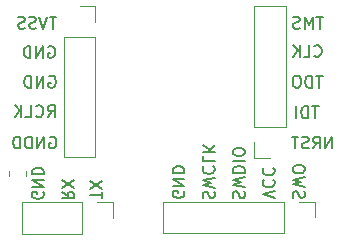
<source format=gbr>
%TF.GenerationSoftware,KiCad,Pcbnew,7.0.10-7.0.10~ubuntu22.04.1*%
%TF.CreationDate,2024-02-24T09:16:54+01:00*%
%TF.ProjectId,st_adap,73745f61-6461-4702-9e6b-696361645f70,rev?*%
%TF.SameCoordinates,Original*%
%TF.FileFunction,Legend,Bot*%
%TF.FilePolarity,Positive*%
%FSLAX46Y46*%
G04 Gerber Fmt 4.6, Leading zero omitted, Abs format (unit mm)*
G04 Created by KiCad (PCBNEW 7.0.10-7.0.10~ubuntu22.04.1) date 2024-02-24 09:16:54*
%MOMM*%
%LPD*%
G01*
G04 APERTURE LIST*
%ADD10C,0.153000*%
%ADD11C,0.120000*%
G04 APERTURE END LIST*
D10*
X213002956Y-112933866D02*
X212955336Y-112791009D01*
X212955336Y-112791009D02*
X212955336Y-112552914D01*
X212955336Y-112552914D02*
X213002956Y-112457676D01*
X213002956Y-112457676D02*
X213050575Y-112410057D01*
X213050575Y-112410057D02*
X213145813Y-112362438D01*
X213145813Y-112362438D02*
X213241051Y-112362438D01*
X213241051Y-112362438D02*
X213336289Y-112410057D01*
X213336289Y-112410057D02*
X213383908Y-112457676D01*
X213383908Y-112457676D02*
X213431527Y-112552914D01*
X213431527Y-112552914D02*
X213479146Y-112743390D01*
X213479146Y-112743390D02*
X213526765Y-112838628D01*
X213526765Y-112838628D02*
X213574384Y-112886247D01*
X213574384Y-112886247D02*
X213669622Y-112933866D01*
X213669622Y-112933866D02*
X213764860Y-112933866D01*
X213764860Y-112933866D02*
X213860098Y-112886247D01*
X213860098Y-112886247D02*
X213907717Y-112838628D01*
X213907717Y-112838628D02*
X213955336Y-112743390D01*
X213955336Y-112743390D02*
X213955336Y-112505295D01*
X213955336Y-112505295D02*
X213907717Y-112362438D01*
X213955336Y-112029104D02*
X212955336Y-111791009D01*
X212955336Y-111791009D02*
X213669622Y-111600533D01*
X213669622Y-111600533D02*
X212955336Y-111410057D01*
X212955336Y-111410057D02*
X213955336Y-111171962D01*
X212955336Y-110791009D02*
X213955336Y-110791009D01*
X213955336Y-110791009D02*
X213955336Y-110552914D01*
X213955336Y-110552914D02*
X213907717Y-110410057D01*
X213907717Y-110410057D02*
X213812479Y-110314819D01*
X213812479Y-110314819D02*
X213717241Y-110267200D01*
X213717241Y-110267200D02*
X213526765Y-110219581D01*
X213526765Y-110219581D02*
X213383908Y-110219581D01*
X213383908Y-110219581D02*
X213193432Y-110267200D01*
X213193432Y-110267200D02*
X213098194Y-110314819D01*
X213098194Y-110314819D02*
X213002956Y-110410057D01*
X213002956Y-110410057D02*
X212955336Y-110552914D01*
X212955336Y-110552914D02*
X212955336Y-110791009D01*
X212955336Y-109791009D02*
X213955336Y-109791009D01*
X213955336Y-109124343D02*
X213955336Y-108933867D01*
X213955336Y-108933867D02*
X213907717Y-108838629D01*
X213907717Y-108838629D02*
X213812479Y-108743391D01*
X213812479Y-108743391D02*
X213622003Y-108695772D01*
X213622003Y-108695772D02*
X213288670Y-108695772D01*
X213288670Y-108695772D02*
X213098194Y-108743391D01*
X213098194Y-108743391D02*
X213002956Y-108838629D01*
X213002956Y-108838629D02*
X212955336Y-108933867D01*
X212955336Y-108933867D02*
X212955336Y-109124343D01*
X212955336Y-109124343D02*
X213002956Y-109219581D01*
X213002956Y-109219581D02*
X213098194Y-109314819D01*
X213098194Y-109314819D02*
X213288670Y-109362438D01*
X213288670Y-109362438D02*
X213622003Y-109362438D01*
X213622003Y-109362438D02*
X213812479Y-109314819D01*
X213812479Y-109314819D02*
X213907717Y-109219581D01*
X213907717Y-109219581D02*
X213955336Y-109124343D01*
X197437438Y-107767282D02*
X197532676Y-107719663D01*
X197532676Y-107719663D02*
X197675533Y-107719663D01*
X197675533Y-107719663D02*
X197818390Y-107767282D01*
X197818390Y-107767282D02*
X197913628Y-107862520D01*
X197913628Y-107862520D02*
X197961247Y-107957758D01*
X197961247Y-107957758D02*
X198008866Y-108148234D01*
X198008866Y-108148234D02*
X198008866Y-108291091D01*
X198008866Y-108291091D02*
X197961247Y-108481567D01*
X197961247Y-108481567D02*
X197913628Y-108576805D01*
X197913628Y-108576805D02*
X197818390Y-108672044D01*
X197818390Y-108672044D02*
X197675533Y-108719663D01*
X197675533Y-108719663D02*
X197580295Y-108719663D01*
X197580295Y-108719663D02*
X197437438Y-108672044D01*
X197437438Y-108672044D02*
X197389819Y-108624424D01*
X197389819Y-108624424D02*
X197389819Y-108291091D01*
X197389819Y-108291091D02*
X197580295Y-108291091D01*
X196961247Y-108719663D02*
X196961247Y-107719663D01*
X196961247Y-107719663D02*
X196389819Y-108719663D01*
X196389819Y-108719663D02*
X196389819Y-107719663D01*
X195913628Y-108719663D02*
X195913628Y-107719663D01*
X195913628Y-107719663D02*
X195675533Y-107719663D01*
X195675533Y-107719663D02*
X195532676Y-107767282D01*
X195532676Y-107767282D02*
X195437438Y-107862520D01*
X195437438Y-107862520D02*
X195389819Y-107957758D01*
X195389819Y-107957758D02*
X195342200Y-108148234D01*
X195342200Y-108148234D02*
X195342200Y-108291091D01*
X195342200Y-108291091D02*
X195389819Y-108481567D01*
X195389819Y-108481567D02*
X195437438Y-108576805D01*
X195437438Y-108576805D02*
X195532676Y-108672044D01*
X195532676Y-108672044D02*
X195675533Y-108719663D01*
X195675533Y-108719663D02*
X195913628Y-108719663D01*
X194913628Y-108719663D02*
X194913628Y-107719663D01*
X194913628Y-107719663D02*
X194675533Y-107719663D01*
X194675533Y-107719663D02*
X194532676Y-107767282D01*
X194532676Y-107767282D02*
X194437438Y-107862520D01*
X194437438Y-107862520D02*
X194389819Y-107957758D01*
X194389819Y-107957758D02*
X194342200Y-108148234D01*
X194342200Y-108148234D02*
X194342200Y-108291091D01*
X194342200Y-108291091D02*
X194389819Y-108481567D01*
X194389819Y-108481567D02*
X194437438Y-108576805D01*
X194437438Y-108576805D02*
X194532676Y-108672044D01*
X194532676Y-108672044D02*
X194675533Y-108719663D01*
X194675533Y-108719663D02*
X194913628Y-108719663D01*
X220204104Y-105169663D02*
X219632676Y-105169663D01*
X219918390Y-106169663D02*
X219918390Y-105169663D01*
X219299342Y-106169663D02*
X219299342Y-105169663D01*
X219299342Y-105169663D02*
X219061247Y-105169663D01*
X219061247Y-105169663D02*
X218918390Y-105217282D01*
X218918390Y-105217282D02*
X218823152Y-105312520D01*
X218823152Y-105312520D02*
X218775533Y-105407758D01*
X218775533Y-105407758D02*
X218727914Y-105598234D01*
X218727914Y-105598234D02*
X218727914Y-105741091D01*
X218727914Y-105741091D02*
X218775533Y-105931567D01*
X218775533Y-105931567D02*
X218823152Y-106026805D01*
X218823152Y-106026805D02*
X218918390Y-106122044D01*
X218918390Y-106122044D02*
X219061247Y-106169663D01*
X219061247Y-106169663D02*
X219299342Y-106169663D01*
X218299342Y-106169663D02*
X218299342Y-105169663D01*
X198480336Y-112389819D02*
X198956527Y-112723152D01*
X198480336Y-112961247D02*
X199480336Y-112961247D01*
X199480336Y-112961247D02*
X199480336Y-112580295D01*
X199480336Y-112580295D02*
X199432717Y-112485057D01*
X199432717Y-112485057D02*
X199385098Y-112437438D01*
X199385098Y-112437438D02*
X199289860Y-112389819D01*
X199289860Y-112389819D02*
X199147003Y-112389819D01*
X199147003Y-112389819D02*
X199051765Y-112437438D01*
X199051765Y-112437438D02*
X199004146Y-112485057D01*
X199004146Y-112485057D02*
X198956527Y-112580295D01*
X198956527Y-112580295D02*
X198956527Y-112961247D01*
X199480336Y-112056485D02*
X198480336Y-111389819D01*
X199480336Y-111389819D02*
X198480336Y-112056485D01*
X216480336Y-112954104D02*
X215480336Y-112620771D01*
X215480336Y-112620771D02*
X216480336Y-112287438D01*
X215575575Y-111382676D02*
X215527956Y-111430295D01*
X215527956Y-111430295D02*
X215480336Y-111573152D01*
X215480336Y-111573152D02*
X215480336Y-111668390D01*
X215480336Y-111668390D02*
X215527956Y-111811247D01*
X215527956Y-111811247D02*
X215623194Y-111906485D01*
X215623194Y-111906485D02*
X215718432Y-111954104D01*
X215718432Y-111954104D02*
X215908908Y-112001723D01*
X215908908Y-112001723D02*
X216051765Y-112001723D01*
X216051765Y-112001723D02*
X216242241Y-111954104D01*
X216242241Y-111954104D02*
X216337479Y-111906485D01*
X216337479Y-111906485D02*
X216432717Y-111811247D01*
X216432717Y-111811247D02*
X216480336Y-111668390D01*
X216480336Y-111668390D02*
X216480336Y-111573152D01*
X216480336Y-111573152D02*
X216432717Y-111430295D01*
X216432717Y-111430295D02*
X216385098Y-111382676D01*
X215575575Y-110382676D02*
X215527956Y-110430295D01*
X215527956Y-110430295D02*
X215480336Y-110573152D01*
X215480336Y-110573152D02*
X215480336Y-110668390D01*
X215480336Y-110668390D02*
X215527956Y-110811247D01*
X215527956Y-110811247D02*
X215623194Y-110906485D01*
X215623194Y-110906485D02*
X215718432Y-110954104D01*
X215718432Y-110954104D02*
X215908908Y-111001723D01*
X215908908Y-111001723D02*
X216051765Y-111001723D01*
X216051765Y-111001723D02*
X216242241Y-110954104D01*
X216242241Y-110954104D02*
X216337479Y-110906485D01*
X216337479Y-110906485D02*
X216432717Y-110811247D01*
X216432717Y-110811247D02*
X216480336Y-110668390D01*
X216480336Y-110668390D02*
X216480336Y-110573152D01*
X216480336Y-110573152D02*
X216432717Y-110430295D01*
X216432717Y-110430295D02*
X216385098Y-110382676D01*
X220604104Y-97569663D02*
X220032676Y-97569663D01*
X220318390Y-98569663D02*
X220318390Y-97569663D01*
X219699342Y-98569663D02*
X219699342Y-97569663D01*
X219699342Y-97569663D02*
X219366009Y-98283948D01*
X219366009Y-98283948D02*
X219032676Y-97569663D01*
X219032676Y-97569663D02*
X219032676Y-98569663D01*
X218604104Y-98522044D02*
X218461247Y-98569663D01*
X218461247Y-98569663D02*
X218223152Y-98569663D01*
X218223152Y-98569663D02*
X218127914Y-98522044D01*
X218127914Y-98522044D02*
X218080295Y-98474424D01*
X218080295Y-98474424D02*
X218032676Y-98379186D01*
X218032676Y-98379186D02*
X218032676Y-98283948D01*
X218032676Y-98283948D02*
X218080295Y-98188710D01*
X218080295Y-98188710D02*
X218127914Y-98141091D01*
X218127914Y-98141091D02*
X218223152Y-98093472D01*
X218223152Y-98093472D02*
X218413628Y-98045853D01*
X218413628Y-98045853D02*
X218508866Y-97998234D01*
X218508866Y-97998234D02*
X218556485Y-97950615D01*
X218556485Y-97950615D02*
X218604104Y-97855377D01*
X218604104Y-97855377D02*
X218604104Y-97760139D01*
X218604104Y-97760139D02*
X218556485Y-97664901D01*
X218556485Y-97664901D02*
X218508866Y-97617282D01*
X218508866Y-97617282D02*
X218413628Y-97569663D01*
X218413628Y-97569663D02*
X218175533Y-97569663D01*
X218175533Y-97569663D02*
X218032676Y-97617282D01*
X198004104Y-97569663D02*
X197432676Y-97569663D01*
X197718390Y-98569663D02*
X197718390Y-97569663D01*
X197242199Y-97569663D02*
X196908866Y-98569663D01*
X196908866Y-98569663D02*
X196575533Y-97569663D01*
X196289818Y-98522044D02*
X196146961Y-98569663D01*
X196146961Y-98569663D02*
X195908866Y-98569663D01*
X195908866Y-98569663D02*
X195813628Y-98522044D01*
X195813628Y-98522044D02*
X195766009Y-98474424D01*
X195766009Y-98474424D02*
X195718390Y-98379186D01*
X195718390Y-98379186D02*
X195718390Y-98283948D01*
X195718390Y-98283948D02*
X195766009Y-98188710D01*
X195766009Y-98188710D02*
X195813628Y-98141091D01*
X195813628Y-98141091D02*
X195908866Y-98093472D01*
X195908866Y-98093472D02*
X196099342Y-98045853D01*
X196099342Y-98045853D02*
X196194580Y-97998234D01*
X196194580Y-97998234D02*
X196242199Y-97950615D01*
X196242199Y-97950615D02*
X196289818Y-97855377D01*
X196289818Y-97855377D02*
X196289818Y-97760139D01*
X196289818Y-97760139D02*
X196242199Y-97664901D01*
X196242199Y-97664901D02*
X196194580Y-97617282D01*
X196194580Y-97617282D02*
X196099342Y-97569663D01*
X196099342Y-97569663D02*
X195861247Y-97569663D01*
X195861247Y-97569663D02*
X195718390Y-97617282D01*
X195337437Y-98522044D02*
X195194580Y-98569663D01*
X195194580Y-98569663D02*
X194956485Y-98569663D01*
X194956485Y-98569663D02*
X194861247Y-98522044D01*
X194861247Y-98522044D02*
X194813628Y-98474424D01*
X194813628Y-98474424D02*
X194766009Y-98379186D01*
X194766009Y-98379186D02*
X194766009Y-98283948D01*
X194766009Y-98283948D02*
X194813628Y-98188710D01*
X194813628Y-98188710D02*
X194861247Y-98141091D01*
X194861247Y-98141091D02*
X194956485Y-98093472D01*
X194956485Y-98093472D02*
X195146961Y-98045853D01*
X195146961Y-98045853D02*
X195242199Y-97998234D01*
X195242199Y-97998234D02*
X195289818Y-97950615D01*
X195289818Y-97950615D02*
X195337437Y-97855377D01*
X195337437Y-97855377D02*
X195337437Y-97760139D01*
X195337437Y-97760139D02*
X195289818Y-97664901D01*
X195289818Y-97664901D02*
X195242199Y-97617282D01*
X195242199Y-97617282D02*
X195146961Y-97569663D01*
X195146961Y-97569663D02*
X194908866Y-97569663D01*
X194908866Y-97569663D02*
X194766009Y-97617282D01*
X197337438Y-100117282D02*
X197432676Y-100069663D01*
X197432676Y-100069663D02*
X197575533Y-100069663D01*
X197575533Y-100069663D02*
X197718390Y-100117282D01*
X197718390Y-100117282D02*
X197813628Y-100212520D01*
X197813628Y-100212520D02*
X197861247Y-100307758D01*
X197861247Y-100307758D02*
X197908866Y-100498234D01*
X197908866Y-100498234D02*
X197908866Y-100641091D01*
X197908866Y-100641091D02*
X197861247Y-100831567D01*
X197861247Y-100831567D02*
X197813628Y-100926805D01*
X197813628Y-100926805D02*
X197718390Y-101022044D01*
X197718390Y-101022044D02*
X197575533Y-101069663D01*
X197575533Y-101069663D02*
X197480295Y-101069663D01*
X197480295Y-101069663D02*
X197337438Y-101022044D01*
X197337438Y-101022044D02*
X197289819Y-100974424D01*
X197289819Y-100974424D02*
X197289819Y-100641091D01*
X197289819Y-100641091D02*
X197480295Y-100641091D01*
X196861247Y-101069663D02*
X196861247Y-100069663D01*
X196861247Y-100069663D02*
X196289819Y-101069663D01*
X196289819Y-101069663D02*
X196289819Y-100069663D01*
X195813628Y-101069663D02*
X195813628Y-100069663D01*
X195813628Y-100069663D02*
X195575533Y-100069663D01*
X195575533Y-100069663D02*
X195432676Y-100117282D01*
X195432676Y-100117282D02*
X195337438Y-100212520D01*
X195337438Y-100212520D02*
X195289819Y-100307758D01*
X195289819Y-100307758D02*
X195242200Y-100498234D01*
X195242200Y-100498234D02*
X195242200Y-100641091D01*
X195242200Y-100641091D02*
X195289819Y-100831567D01*
X195289819Y-100831567D02*
X195337438Y-100926805D01*
X195337438Y-100926805D02*
X195432676Y-101022044D01*
X195432676Y-101022044D02*
X195575533Y-101069663D01*
X195575533Y-101069663D02*
X195813628Y-101069663D01*
X208807717Y-112337438D02*
X208855336Y-112432676D01*
X208855336Y-112432676D02*
X208855336Y-112575533D01*
X208855336Y-112575533D02*
X208807717Y-112718390D01*
X208807717Y-112718390D02*
X208712479Y-112813628D01*
X208712479Y-112813628D02*
X208617241Y-112861247D01*
X208617241Y-112861247D02*
X208426765Y-112908866D01*
X208426765Y-112908866D02*
X208283908Y-112908866D01*
X208283908Y-112908866D02*
X208093432Y-112861247D01*
X208093432Y-112861247D02*
X207998194Y-112813628D01*
X207998194Y-112813628D02*
X207902956Y-112718390D01*
X207902956Y-112718390D02*
X207855336Y-112575533D01*
X207855336Y-112575533D02*
X207855336Y-112480295D01*
X207855336Y-112480295D02*
X207902956Y-112337438D01*
X207902956Y-112337438D02*
X207950575Y-112289819D01*
X207950575Y-112289819D02*
X208283908Y-112289819D01*
X208283908Y-112289819D02*
X208283908Y-112480295D01*
X207855336Y-111861247D02*
X208855336Y-111861247D01*
X208855336Y-111861247D02*
X207855336Y-111289819D01*
X207855336Y-111289819D02*
X208855336Y-111289819D01*
X207855336Y-110813628D02*
X208855336Y-110813628D01*
X208855336Y-110813628D02*
X208855336Y-110575533D01*
X208855336Y-110575533D02*
X208807717Y-110432676D01*
X208807717Y-110432676D02*
X208712479Y-110337438D01*
X208712479Y-110337438D02*
X208617241Y-110289819D01*
X208617241Y-110289819D02*
X208426765Y-110242200D01*
X208426765Y-110242200D02*
X208283908Y-110242200D01*
X208283908Y-110242200D02*
X208093432Y-110289819D01*
X208093432Y-110289819D02*
X207998194Y-110337438D01*
X207998194Y-110337438D02*
X207902956Y-110432676D01*
X207902956Y-110432676D02*
X207855336Y-110575533D01*
X207855336Y-110575533D02*
X207855336Y-110813628D01*
X197387438Y-102617282D02*
X197482676Y-102569663D01*
X197482676Y-102569663D02*
X197625533Y-102569663D01*
X197625533Y-102569663D02*
X197768390Y-102617282D01*
X197768390Y-102617282D02*
X197863628Y-102712520D01*
X197863628Y-102712520D02*
X197911247Y-102807758D01*
X197911247Y-102807758D02*
X197958866Y-102998234D01*
X197958866Y-102998234D02*
X197958866Y-103141091D01*
X197958866Y-103141091D02*
X197911247Y-103331567D01*
X197911247Y-103331567D02*
X197863628Y-103426805D01*
X197863628Y-103426805D02*
X197768390Y-103522044D01*
X197768390Y-103522044D02*
X197625533Y-103569663D01*
X197625533Y-103569663D02*
X197530295Y-103569663D01*
X197530295Y-103569663D02*
X197387438Y-103522044D01*
X197387438Y-103522044D02*
X197339819Y-103474424D01*
X197339819Y-103474424D02*
X197339819Y-103141091D01*
X197339819Y-103141091D02*
X197530295Y-103141091D01*
X196911247Y-103569663D02*
X196911247Y-102569663D01*
X196911247Y-102569663D02*
X196339819Y-103569663D01*
X196339819Y-103569663D02*
X196339819Y-102569663D01*
X195863628Y-103569663D02*
X195863628Y-102569663D01*
X195863628Y-102569663D02*
X195625533Y-102569663D01*
X195625533Y-102569663D02*
X195482676Y-102617282D01*
X195482676Y-102617282D02*
X195387438Y-102712520D01*
X195387438Y-102712520D02*
X195339819Y-102807758D01*
X195339819Y-102807758D02*
X195292200Y-102998234D01*
X195292200Y-102998234D02*
X195292200Y-103141091D01*
X195292200Y-103141091D02*
X195339819Y-103331567D01*
X195339819Y-103331567D02*
X195387438Y-103426805D01*
X195387438Y-103426805D02*
X195482676Y-103522044D01*
X195482676Y-103522044D02*
X195625533Y-103569663D01*
X195625533Y-103569663D02*
X195863628Y-103569663D01*
X218077956Y-112908866D02*
X218030336Y-112766009D01*
X218030336Y-112766009D02*
X218030336Y-112527914D01*
X218030336Y-112527914D02*
X218077956Y-112432676D01*
X218077956Y-112432676D02*
X218125575Y-112385057D01*
X218125575Y-112385057D02*
X218220813Y-112337438D01*
X218220813Y-112337438D02*
X218316051Y-112337438D01*
X218316051Y-112337438D02*
X218411289Y-112385057D01*
X218411289Y-112385057D02*
X218458908Y-112432676D01*
X218458908Y-112432676D02*
X218506527Y-112527914D01*
X218506527Y-112527914D02*
X218554146Y-112718390D01*
X218554146Y-112718390D02*
X218601765Y-112813628D01*
X218601765Y-112813628D02*
X218649384Y-112861247D01*
X218649384Y-112861247D02*
X218744622Y-112908866D01*
X218744622Y-112908866D02*
X218839860Y-112908866D01*
X218839860Y-112908866D02*
X218935098Y-112861247D01*
X218935098Y-112861247D02*
X218982717Y-112813628D01*
X218982717Y-112813628D02*
X219030336Y-112718390D01*
X219030336Y-112718390D02*
X219030336Y-112480295D01*
X219030336Y-112480295D02*
X218982717Y-112337438D01*
X219030336Y-112004104D02*
X218030336Y-111766009D01*
X218030336Y-111766009D02*
X218744622Y-111575533D01*
X218744622Y-111575533D02*
X218030336Y-111385057D01*
X218030336Y-111385057D02*
X219030336Y-111146962D01*
X219030336Y-110575533D02*
X219030336Y-110385057D01*
X219030336Y-110385057D02*
X218982717Y-110289819D01*
X218982717Y-110289819D02*
X218887479Y-110194581D01*
X218887479Y-110194581D02*
X218697003Y-110146962D01*
X218697003Y-110146962D02*
X218363670Y-110146962D01*
X218363670Y-110146962D02*
X218173194Y-110194581D01*
X218173194Y-110194581D02*
X218077956Y-110289819D01*
X218077956Y-110289819D02*
X218030336Y-110385057D01*
X218030336Y-110385057D02*
X218030336Y-110575533D01*
X218030336Y-110575533D02*
X218077956Y-110670771D01*
X218077956Y-110670771D02*
X218173194Y-110766009D01*
X218173194Y-110766009D02*
X218363670Y-110813628D01*
X218363670Y-110813628D02*
X218697003Y-110813628D01*
X218697003Y-110813628D02*
X218887479Y-110766009D01*
X218887479Y-110766009D02*
X218982717Y-110670771D01*
X218982717Y-110670771D02*
X219030336Y-110575533D01*
X201880336Y-112954104D02*
X201880336Y-112382676D01*
X200880336Y-112668390D02*
X201880336Y-112668390D01*
X201880336Y-112144580D02*
X200880336Y-111477914D01*
X201880336Y-111477914D02*
X200880336Y-112144580D01*
X221361247Y-108719663D02*
X221361247Y-107719663D01*
X221361247Y-107719663D02*
X220789819Y-108719663D01*
X220789819Y-108719663D02*
X220789819Y-107719663D01*
X219742200Y-108719663D02*
X220075533Y-108243472D01*
X220313628Y-108719663D02*
X220313628Y-107719663D01*
X220313628Y-107719663D02*
X219932676Y-107719663D01*
X219932676Y-107719663D02*
X219837438Y-107767282D01*
X219837438Y-107767282D02*
X219789819Y-107814901D01*
X219789819Y-107814901D02*
X219742200Y-107910139D01*
X219742200Y-107910139D02*
X219742200Y-108052996D01*
X219742200Y-108052996D02*
X219789819Y-108148234D01*
X219789819Y-108148234D02*
X219837438Y-108195853D01*
X219837438Y-108195853D02*
X219932676Y-108243472D01*
X219932676Y-108243472D02*
X220313628Y-108243472D01*
X219361247Y-108672044D02*
X219218390Y-108719663D01*
X219218390Y-108719663D02*
X218980295Y-108719663D01*
X218980295Y-108719663D02*
X218885057Y-108672044D01*
X218885057Y-108672044D02*
X218837438Y-108624424D01*
X218837438Y-108624424D02*
X218789819Y-108529186D01*
X218789819Y-108529186D02*
X218789819Y-108433948D01*
X218789819Y-108433948D02*
X218837438Y-108338710D01*
X218837438Y-108338710D02*
X218885057Y-108291091D01*
X218885057Y-108291091D02*
X218980295Y-108243472D01*
X218980295Y-108243472D02*
X219170771Y-108195853D01*
X219170771Y-108195853D02*
X219266009Y-108148234D01*
X219266009Y-108148234D02*
X219313628Y-108100615D01*
X219313628Y-108100615D02*
X219361247Y-108005377D01*
X219361247Y-108005377D02*
X219361247Y-107910139D01*
X219361247Y-107910139D02*
X219313628Y-107814901D01*
X219313628Y-107814901D02*
X219266009Y-107767282D01*
X219266009Y-107767282D02*
X219170771Y-107719663D01*
X219170771Y-107719663D02*
X218932676Y-107719663D01*
X218932676Y-107719663D02*
X218789819Y-107767282D01*
X218504104Y-107719663D02*
X217932676Y-107719663D01*
X218218390Y-108719663D02*
X218218390Y-107719663D01*
X219839819Y-100874424D02*
X219887438Y-100922044D01*
X219887438Y-100922044D02*
X220030295Y-100969663D01*
X220030295Y-100969663D02*
X220125533Y-100969663D01*
X220125533Y-100969663D02*
X220268390Y-100922044D01*
X220268390Y-100922044D02*
X220363628Y-100826805D01*
X220363628Y-100826805D02*
X220411247Y-100731567D01*
X220411247Y-100731567D02*
X220458866Y-100541091D01*
X220458866Y-100541091D02*
X220458866Y-100398234D01*
X220458866Y-100398234D02*
X220411247Y-100207758D01*
X220411247Y-100207758D02*
X220363628Y-100112520D01*
X220363628Y-100112520D02*
X220268390Y-100017282D01*
X220268390Y-100017282D02*
X220125533Y-99969663D01*
X220125533Y-99969663D02*
X220030295Y-99969663D01*
X220030295Y-99969663D02*
X219887438Y-100017282D01*
X219887438Y-100017282D02*
X219839819Y-100064901D01*
X218935057Y-100969663D02*
X219411247Y-100969663D01*
X219411247Y-100969663D02*
X219411247Y-99969663D01*
X218601723Y-100969663D02*
X218601723Y-99969663D01*
X218030295Y-100969663D02*
X218458866Y-100398234D01*
X218030295Y-99969663D02*
X218601723Y-100541091D01*
X196882717Y-112437438D02*
X196930336Y-112532676D01*
X196930336Y-112532676D02*
X196930336Y-112675533D01*
X196930336Y-112675533D02*
X196882717Y-112818390D01*
X196882717Y-112818390D02*
X196787479Y-112913628D01*
X196787479Y-112913628D02*
X196692241Y-112961247D01*
X196692241Y-112961247D02*
X196501765Y-113008866D01*
X196501765Y-113008866D02*
X196358908Y-113008866D01*
X196358908Y-113008866D02*
X196168432Y-112961247D01*
X196168432Y-112961247D02*
X196073194Y-112913628D01*
X196073194Y-112913628D02*
X195977956Y-112818390D01*
X195977956Y-112818390D02*
X195930336Y-112675533D01*
X195930336Y-112675533D02*
X195930336Y-112580295D01*
X195930336Y-112580295D02*
X195977956Y-112437438D01*
X195977956Y-112437438D02*
X196025575Y-112389819D01*
X196025575Y-112389819D02*
X196358908Y-112389819D01*
X196358908Y-112389819D02*
X196358908Y-112580295D01*
X195930336Y-111961247D02*
X196930336Y-111961247D01*
X196930336Y-111961247D02*
X195930336Y-111389819D01*
X195930336Y-111389819D02*
X196930336Y-111389819D01*
X195930336Y-110913628D02*
X196930336Y-110913628D01*
X196930336Y-110913628D02*
X196930336Y-110675533D01*
X196930336Y-110675533D02*
X196882717Y-110532676D01*
X196882717Y-110532676D02*
X196787479Y-110437438D01*
X196787479Y-110437438D02*
X196692241Y-110389819D01*
X196692241Y-110389819D02*
X196501765Y-110342200D01*
X196501765Y-110342200D02*
X196358908Y-110342200D01*
X196358908Y-110342200D02*
X196168432Y-110389819D01*
X196168432Y-110389819D02*
X196073194Y-110437438D01*
X196073194Y-110437438D02*
X195977956Y-110532676D01*
X195977956Y-110532676D02*
X195930336Y-110675533D01*
X195930336Y-110675533D02*
X195930336Y-110913628D01*
X197289819Y-106069663D02*
X197623152Y-105593472D01*
X197861247Y-106069663D02*
X197861247Y-105069663D01*
X197861247Y-105069663D02*
X197480295Y-105069663D01*
X197480295Y-105069663D02*
X197385057Y-105117282D01*
X197385057Y-105117282D02*
X197337438Y-105164901D01*
X197337438Y-105164901D02*
X197289819Y-105260139D01*
X197289819Y-105260139D02*
X197289819Y-105402996D01*
X197289819Y-105402996D02*
X197337438Y-105498234D01*
X197337438Y-105498234D02*
X197385057Y-105545853D01*
X197385057Y-105545853D02*
X197480295Y-105593472D01*
X197480295Y-105593472D02*
X197861247Y-105593472D01*
X196289819Y-105974424D02*
X196337438Y-106022044D01*
X196337438Y-106022044D02*
X196480295Y-106069663D01*
X196480295Y-106069663D02*
X196575533Y-106069663D01*
X196575533Y-106069663D02*
X196718390Y-106022044D01*
X196718390Y-106022044D02*
X196813628Y-105926805D01*
X196813628Y-105926805D02*
X196861247Y-105831567D01*
X196861247Y-105831567D02*
X196908866Y-105641091D01*
X196908866Y-105641091D02*
X196908866Y-105498234D01*
X196908866Y-105498234D02*
X196861247Y-105307758D01*
X196861247Y-105307758D02*
X196813628Y-105212520D01*
X196813628Y-105212520D02*
X196718390Y-105117282D01*
X196718390Y-105117282D02*
X196575533Y-105069663D01*
X196575533Y-105069663D02*
X196480295Y-105069663D01*
X196480295Y-105069663D02*
X196337438Y-105117282D01*
X196337438Y-105117282D02*
X196289819Y-105164901D01*
X195385057Y-106069663D02*
X195861247Y-106069663D01*
X195861247Y-106069663D02*
X195861247Y-105069663D01*
X195051723Y-106069663D02*
X195051723Y-105069663D01*
X194480295Y-106069663D02*
X194908866Y-105498234D01*
X194480295Y-105069663D02*
X195051723Y-105641091D01*
X220554104Y-102569663D02*
X219982676Y-102569663D01*
X220268390Y-103569663D02*
X220268390Y-102569663D01*
X219649342Y-103569663D02*
X219649342Y-102569663D01*
X219649342Y-102569663D02*
X219411247Y-102569663D01*
X219411247Y-102569663D02*
X219268390Y-102617282D01*
X219268390Y-102617282D02*
X219173152Y-102712520D01*
X219173152Y-102712520D02*
X219125533Y-102807758D01*
X219125533Y-102807758D02*
X219077914Y-102998234D01*
X219077914Y-102998234D02*
X219077914Y-103141091D01*
X219077914Y-103141091D02*
X219125533Y-103331567D01*
X219125533Y-103331567D02*
X219173152Y-103426805D01*
X219173152Y-103426805D02*
X219268390Y-103522044D01*
X219268390Y-103522044D02*
X219411247Y-103569663D01*
X219411247Y-103569663D02*
X219649342Y-103569663D01*
X218458866Y-102569663D02*
X218268390Y-102569663D01*
X218268390Y-102569663D02*
X218173152Y-102617282D01*
X218173152Y-102617282D02*
X218077914Y-102712520D01*
X218077914Y-102712520D02*
X218030295Y-102902996D01*
X218030295Y-102902996D02*
X218030295Y-103236329D01*
X218030295Y-103236329D02*
X218077914Y-103426805D01*
X218077914Y-103426805D02*
X218173152Y-103522044D01*
X218173152Y-103522044D02*
X218268390Y-103569663D01*
X218268390Y-103569663D02*
X218458866Y-103569663D01*
X218458866Y-103569663D02*
X218554104Y-103522044D01*
X218554104Y-103522044D02*
X218649342Y-103426805D01*
X218649342Y-103426805D02*
X218696961Y-103236329D01*
X218696961Y-103236329D02*
X218696961Y-102902996D01*
X218696961Y-102902996D02*
X218649342Y-102712520D01*
X218649342Y-102712520D02*
X218554104Y-102617282D01*
X218554104Y-102617282D02*
X218458866Y-102569663D01*
X210452956Y-112958866D02*
X210405336Y-112816009D01*
X210405336Y-112816009D02*
X210405336Y-112577914D01*
X210405336Y-112577914D02*
X210452956Y-112482676D01*
X210452956Y-112482676D02*
X210500575Y-112435057D01*
X210500575Y-112435057D02*
X210595813Y-112387438D01*
X210595813Y-112387438D02*
X210691051Y-112387438D01*
X210691051Y-112387438D02*
X210786289Y-112435057D01*
X210786289Y-112435057D02*
X210833908Y-112482676D01*
X210833908Y-112482676D02*
X210881527Y-112577914D01*
X210881527Y-112577914D02*
X210929146Y-112768390D01*
X210929146Y-112768390D02*
X210976765Y-112863628D01*
X210976765Y-112863628D02*
X211024384Y-112911247D01*
X211024384Y-112911247D02*
X211119622Y-112958866D01*
X211119622Y-112958866D02*
X211214860Y-112958866D01*
X211214860Y-112958866D02*
X211310098Y-112911247D01*
X211310098Y-112911247D02*
X211357717Y-112863628D01*
X211357717Y-112863628D02*
X211405336Y-112768390D01*
X211405336Y-112768390D02*
X211405336Y-112530295D01*
X211405336Y-112530295D02*
X211357717Y-112387438D01*
X211405336Y-112054104D02*
X210405336Y-111816009D01*
X210405336Y-111816009D02*
X211119622Y-111625533D01*
X211119622Y-111625533D02*
X210405336Y-111435057D01*
X210405336Y-111435057D02*
X211405336Y-111196962D01*
X210500575Y-110244581D02*
X210452956Y-110292200D01*
X210452956Y-110292200D02*
X210405336Y-110435057D01*
X210405336Y-110435057D02*
X210405336Y-110530295D01*
X210405336Y-110530295D02*
X210452956Y-110673152D01*
X210452956Y-110673152D02*
X210548194Y-110768390D01*
X210548194Y-110768390D02*
X210643432Y-110816009D01*
X210643432Y-110816009D02*
X210833908Y-110863628D01*
X210833908Y-110863628D02*
X210976765Y-110863628D01*
X210976765Y-110863628D02*
X211167241Y-110816009D01*
X211167241Y-110816009D02*
X211262479Y-110768390D01*
X211262479Y-110768390D02*
X211357717Y-110673152D01*
X211357717Y-110673152D02*
X211405336Y-110530295D01*
X211405336Y-110530295D02*
X211405336Y-110435057D01*
X211405336Y-110435057D02*
X211357717Y-110292200D01*
X211357717Y-110292200D02*
X211310098Y-110244581D01*
X210405336Y-109339819D02*
X210405336Y-109816009D01*
X210405336Y-109816009D02*
X211405336Y-109816009D01*
X210405336Y-109006485D02*
X211405336Y-109006485D01*
X210405336Y-108435057D02*
X210976765Y-108863628D01*
X211405336Y-108435057D02*
X210833908Y-109006485D01*
D11*
%TO.C,J5*%
X195070000Y-115930000D02*
X195070000Y-113270000D01*
X200210000Y-115930000D02*
X195070000Y-115930000D01*
X200210000Y-115930000D02*
X200210000Y-113270000D01*
X202810000Y-114600000D02*
X202810000Y-113270000D01*
X200210000Y-113270000D02*
X195070000Y-113270000D01*
X202810000Y-113270000D02*
X201480000Y-113270000D01*
%TO.C,J4*%
X207060000Y-115880000D02*
X207060000Y-113220000D01*
X217280000Y-115880000D02*
X207060000Y-115880000D01*
X217280000Y-115880000D02*
X217280000Y-113220000D01*
X219880000Y-114550000D02*
X219880000Y-113220000D01*
X217280000Y-113220000D02*
X207060000Y-113220000D01*
X219880000Y-113220000D02*
X218550000Y-113220000D01*
%TO.C,J3*%
X201310000Y-109490000D02*
X198650000Y-109490000D01*
X201310000Y-99270000D02*
X201310000Y-109490000D01*
X201310000Y-99270000D02*
X198650000Y-99270000D01*
X201310000Y-98000000D02*
X201310000Y-96670000D01*
X201310000Y-96670000D02*
X199980000Y-96670000D01*
X198650000Y-99270000D02*
X198650000Y-109490000D01*
%TO.C,R1*%
X195455000Y-110632936D02*
X195455000Y-111087064D01*
X193985000Y-110632936D02*
X193985000Y-111087064D01*
%TO.C,J2*%
X214770000Y-96690000D02*
X217430000Y-96690000D01*
X214770000Y-106910000D02*
X214770000Y-96690000D01*
X214770000Y-106910000D02*
X217430000Y-106910000D01*
X214770000Y-108180000D02*
X214770000Y-109510000D01*
X214770000Y-109510000D02*
X216100000Y-109510000D01*
X217430000Y-106910000D02*
X217430000Y-96690000D01*
%TD*%
M02*

</source>
